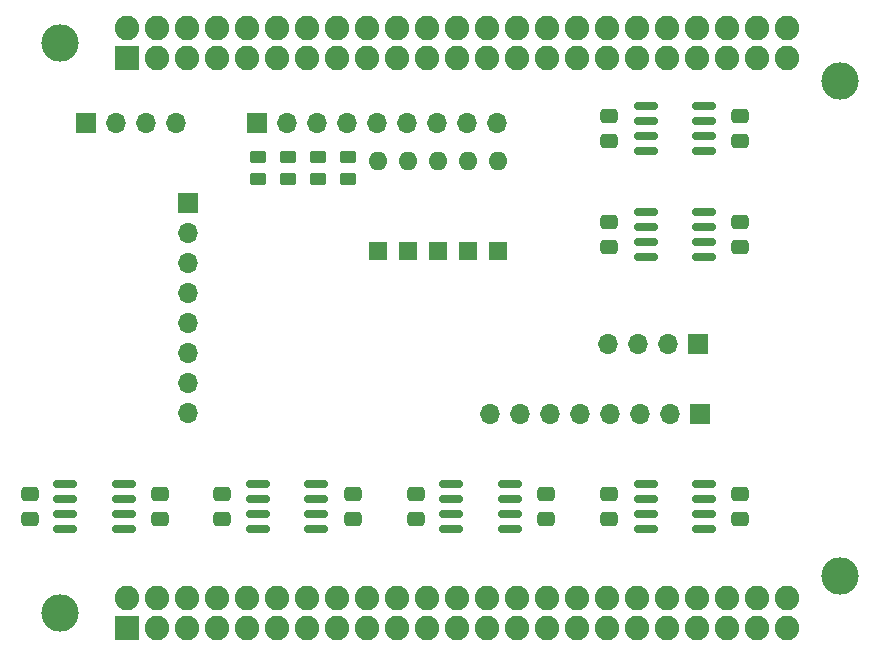
<source format=gts>
G04 #@! TF.GenerationSoftware,KiCad,Pcbnew,8.0.6*
G04 #@! TF.CreationDate,2025-01-05T20:35:50-05:00*
G04 #@! TF.ProjectId,Beagle-AI-64-CAN-Part2,42656167-6c65-42d4-9149-2d36342d4341,rev?*
G04 #@! TF.SameCoordinates,Original*
G04 #@! TF.FileFunction,Soldermask,Top*
G04 #@! TF.FilePolarity,Negative*
%FSLAX46Y46*%
G04 Gerber Fmt 4.6, Leading zero omitted, Abs format (unit mm)*
G04 Created by KiCad (PCBNEW 8.0.6) date 2025-01-05 20:35:50*
%MOMM*%
%LPD*%
G01*
G04 APERTURE LIST*
G04 Aperture macros list*
%AMRoundRect*
0 Rectangle with rounded corners*
0 $1 Rounding radius*
0 $2 $3 $4 $5 $6 $7 $8 $9 X,Y pos of 4 corners*
0 Add a 4 corners polygon primitive as box body*
4,1,4,$2,$3,$4,$5,$6,$7,$8,$9,$2,$3,0*
0 Add four circle primitives for the rounded corners*
1,1,$1+$1,$2,$3*
1,1,$1+$1,$4,$5*
1,1,$1+$1,$6,$7*
1,1,$1+$1,$8,$9*
0 Add four rect primitives between the rounded corners*
20,1,$1+$1,$2,$3,$4,$5,0*
20,1,$1+$1,$4,$5,$6,$7,0*
20,1,$1+$1,$6,$7,$8,$9,0*
20,1,$1+$1,$8,$9,$2,$3,0*%
G04 Aperture macros list end*
%ADD10R,1.600000X1.600000*%
%ADD11O,1.600000X1.600000*%
%ADD12R,1.700000X1.700000*%
%ADD13O,1.700000X1.700000*%
%ADD14RoundRect,0.150000X-0.825000X-0.150000X0.825000X-0.150000X0.825000X0.150000X-0.825000X0.150000X0*%
%ADD15RoundRect,0.250000X0.475000X-0.337500X0.475000X0.337500X-0.475000X0.337500X-0.475000X-0.337500X0*%
%ADD16RoundRect,0.250000X-0.475000X0.337500X-0.475000X-0.337500X0.475000X-0.337500X0.475000X0.337500X0*%
%ADD17RoundRect,0.250000X0.450000X-0.262500X0.450000X0.262500X-0.450000X0.262500X-0.450000X-0.262500X0*%
%ADD18C,3.175000*%
%ADD19RoundRect,0.101600X-0.939800X-0.939800X0.939800X-0.939800X0.939800X0.939800X-0.939800X0.939800X0*%
%ADD20C,2.082800*%
G04 APERTURE END LIST*
D10*
X156850000Y-98350000D03*
D11*
X156850000Y-90730000D03*
D10*
X154310000Y-98350000D03*
D11*
X154310000Y-90730000D03*
D10*
X151770000Y-98350000D03*
D11*
X151770000Y-90730000D03*
D10*
X149230000Y-98350000D03*
D11*
X149230000Y-90730000D03*
D10*
X146690000Y-98350000D03*
D11*
X146690000Y-90730000D03*
D12*
X173820000Y-106250000D03*
D13*
X171280000Y-106250000D03*
X168740000Y-106250000D03*
X166200000Y-106250000D03*
D14*
X169375000Y-95095000D03*
X169375000Y-96365000D03*
X169375000Y-97635000D03*
X169375000Y-98905000D03*
X174325000Y-98905000D03*
X174325000Y-97635000D03*
X174325000Y-96365000D03*
X174325000Y-95095000D03*
D15*
X117200000Y-121037500D03*
X117200000Y-118962500D03*
D14*
X120225000Y-118095000D03*
X120225000Y-119365000D03*
X120225000Y-120635000D03*
X120225000Y-121905000D03*
X125175000Y-121905000D03*
X125175000Y-120635000D03*
X125175000Y-119365000D03*
X125175000Y-118095000D03*
D12*
X130650000Y-94270000D03*
D13*
X130650000Y-96810000D03*
X130650000Y-99350000D03*
X130650000Y-101890000D03*
X130650000Y-104430000D03*
X130650000Y-106970000D03*
X130650000Y-109510000D03*
X130650000Y-112050000D03*
D12*
X122000000Y-87500000D03*
D13*
X124540000Y-87500000D03*
X127080000Y-87500000D03*
X129620000Y-87500000D03*
D16*
X160950000Y-118962500D03*
X160950000Y-121037500D03*
X177350000Y-86962500D03*
X177350000Y-89037500D03*
X144550000Y-118962500D03*
X144550000Y-121037500D03*
D15*
X133500000Y-121037500D03*
X133500000Y-118962500D03*
X166300000Y-89037500D03*
X166300000Y-86962500D03*
D16*
X128250000Y-118962500D03*
X128250000Y-121037500D03*
D15*
X166300000Y-98037500D03*
X166300000Y-95962500D03*
D14*
X152925000Y-118095000D03*
X152925000Y-119365000D03*
X152925000Y-120635000D03*
X152925000Y-121905000D03*
X157875000Y-121905000D03*
X157875000Y-120635000D03*
X157875000Y-119365000D03*
X157875000Y-118095000D03*
D17*
X141610000Y-92262500D03*
X141610000Y-90437500D03*
X144150000Y-92262500D03*
X144150000Y-90437500D03*
D15*
X149900000Y-121037500D03*
X149900000Y-118962500D03*
D12*
X173990000Y-112200000D03*
D13*
X171450000Y-112200000D03*
X168910000Y-112200000D03*
X166370000Y-112200000D03*
X163830000Y-112200000D03*
X161290000Y-112200000D03*
X158750000Y-112200000D03*
X156210000Y-112200000D03*
D17*
X139070000Y-92262500D03*
X139070000Y-90437500D03*
D14*
X169375000Y-86095000D03*
X169375000Y-87365000D03*
X169375000Y-88635000D03*
X169375000Y-89905000D03*
X174325000Y-89905000D03*
X174325000Y-88635000D03*
X174325000Y-87365000D03*
X174325000Y-86095000D03*
X169375000Y-118095000D03*
X169375000Y-119365000D03*
X169375000Y-120635000D03*
X169375000Y-121905000D03*
X174325000Y-121905000D03*
X174325000Y-120635000D03*
X174325000Y-119365000D03*
X174325000Y-118095000D03*
D12*
X136500000Y-87500000D03*
D13*
X139040000Y-87500000D03*
X141580000Y-87500000D03*
X144120000Y-87500000D03*
X146660000Y-87500000D03*
X149200000Y-87500000D03*
X151740000Y-87500000D03*
X154280000Y-87500000D03*
X156820000Y-87500000D03*
D16*
X177350000Y-95962500D03*
X177350000Y-98037500D03*
D14*
X136525000Y-118095000D03*
X136525000Y-119365000D03*
X136525000Y-120635000D03*
X136525000Y-121905000D03*
X141475000Y-121905000D03*
X141475000Y-120635000D03*
X141475000Y-119365000D03*
X141475000Y-118095000D03*
D17*
X136530000Y-92262500D03*
X136530000Y-90437500D03*
D15*
X166300000Y-121037500D03*
X166300000Y-118962500D03*
D16*
X177350000Y-118962500D03*
X177350000Y-121037500D03*
D18*
X119761000Y-80772000D03*
X119761000Y-129032000D03*
X185801000Y-83947000D03*
X185801000Y-125857000D03*
D19*
X125476000Y-82042000D03*
D20*
X125476000Y-79502000D03*
X128016000Y-82042000D03*
X128016000Y-79502000D03*
X130556000Y-82042000D03*
X130556000Y-79502000D03*
X133096000Y-82042000D03*
X133096000Y-79502000D03*
X135636000Y-82042000D03*
X135636000Y-79502000D03*
X138176000Y-82042000D03*
X138176000Y-79502000D03*
X140716000Y-82042000D03*
X140716000Y-79502000D03*
X143256000Y-82042000D03*
X143256000Y-79502000D03*
X145796000Y-82042000D03*
X145796000Y-79502000D03*
X148336000Y-82042000D03*
X148336000Y-79502000D03*
X150876000Y-82042000D03*
X150876000Y-79502000D03*
X153416000Y-82042000D03*
X153416000Y-79502000D03*
X155956000Y-82042000D03*
X155956000Y-79502000D03*
X158496000Y-82042000D03*
X158496000Y-79502000D03*
X161036000Y-82042000D03*
X161036000Y-79502000D03*
X163576000Y-82042000D03*
X163576000Y-79502000D03*
X166116000Y-82042000D03*
X166116000Y-79502000D03*
X168656000Y-82042000D03*
X168656000Y-79502000D03*
X171196000Y-82042000D03*
X171196000Y-79502000D03*
X173736000Y-82042000D03*
X173736000Y-79502000D03*
X176276000Y-82042000D03*
X176276000Y-79502000D03*
X178816000Y-82042000D03*
X178816000Y-79502000D03*
X181356000Y-82042000D03*
X181356000Y-79502000D03*
D19*
X125476000Y-130302000D03*
D20*
X125476000Y-127762000D03*
X128016000Y-130302000D03*
X128016000Y-127762000D03*
X130556000Y-130302000D03*
X130556000Y-127762000D03*
X133096000Y-130302000D03*
X133096000Y-127762000D03*
X135636000Y-130302000D03*
X135636000Y-127762000D03*
X138176000Y-130302000D03*
X138176000Y-127762000D03*
X140716000Y-130302000D03*
X140716000Y-127762000D03*
X143256000Y-130302000D03*
X143256000Y-127762000D03*
X145796000Y-130302000D03*
X145796000Y-127762000D03*
X148336000Y-130302000D03*
X148336000Y-127762000D03*
X150876000Y-130302000D03*
X150876000Y-127762000D03*
X153416000Y-130302000D03*
X153416000Y-127762000D03*
X155956000Y-130302000D03*
X155956000Y-127762000D03*
X158496000Y-130302000D03*
X158496000Y-127762000D03*
X161036000Y-130302000D03*
X161036000Y-127762000D03*
X163576000Y-130302000D03*
X163576000Y-127762000D03*
X166116000Y-130302000D03*
X166116000Y-127762000D03*
X168656000Y-130302000D03*
X168656000Y-127762000D03*
X171196000Y-130302000D03*
X171196000Y-127762000D03*
X173736000Y-130302000D03*
X173736000Y-127762000D03*
X176276000Y-130302000D03*
X176276000Y-127762000D03*
X178816000Y-130302000D03*
X178816000Y-127762000D03*
X181356000Y-130302000D03*
X181356000Y-127762000D03*
M02*

</source>
